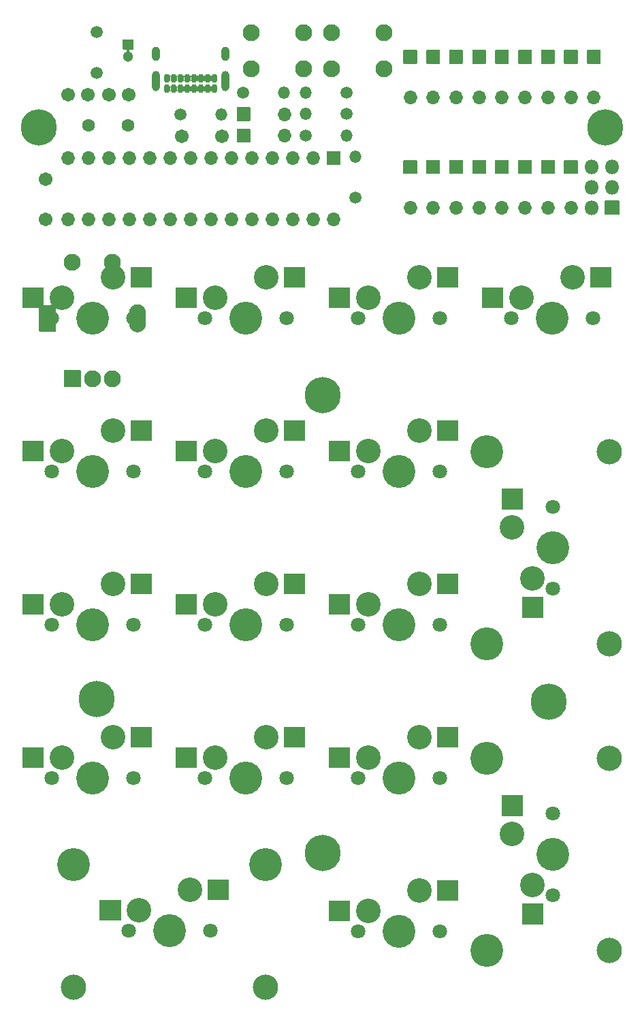
<source format=gbs>
G04 #@! TF.GenerationSoftware,KiCad,Pcbnew,5.1.10-88a1d61d58~90~ubuntu21.04.1*
G04 #@! TF.CreationDate,2021-08-17T10:31:51+02:00*
G04 #@! TF.ProjectId,discipad-pro,64697363-6970-4616-942d-70726f2e6b69,rev?*
G04 #@! TF.SameCoordinates,Original*
G04 #@! TF.FileFunction,Soldermask,Bot*
G04 #@! TF.FilePolarity,Negative*
%FSLAX46Y46*%
G04 Gerber Fmt 4.6, Leading zero omitted, Abs format (unit mm)*
G04 Created by KiCad (PCBNEW 5.1.10-88a1d61d58~90~ubuntu21.04.1) date 2021-08-17 10:31:51*
%MOMM*%
%LPD*%
G01*
G04 APERTURE LIST*
%ADD10C,2.102000*%
%ADD11O,1.802000X1.802000*%
%ADD12C,3.150000*%
%ADD13C,4.089800*%
%ADD14C,4.082180*%
%ADD15C,3.052000*%
%ADD16C,1.802000*%
%ADD17O,1.702000X1.702000*%
%ADD18C,1.502000*%
%ADD19C,4.502000*%
%ADD20C,1.702000*%
%ADD21C,1.302000*%
%ADD22O,1.502000X1.502000*%
%ADD23O,1.002000X1.802000*%
%ADD24O,1.002000X2.502000*%
%ADD25O,0.752000X1.102000*%
%ADD26C,1.602000*%
%ADD27C,0.150000*%
G04 APERTURE END LIST*
D10*
X117701493Y-45217093D03*
X112701493Y-45217093D03*
G36*
G01*
X120801493Y-53968093D02*
X120801493Y-53968093D01*
G75*
G02*
X119750493Y-52917093I0J1051000D01*
G01*
X119750493Y-51517093D01*
G75*
G02*
X120801493Y-50466093I1051000J0D01*
G01*
X120801493Y-50466093D01*
G75*
G02*
X121852493Y-51517093I0J-1051000D01*
G01*
X121852493Y-52917093D01*
G75*
G02*
X120801493Y-53968093I-1051000J0D01*
G01*
G37*
G36*
G01*
X110601493Y-53868093D02*
X108601493Y-53868093D01*
G75*
G02*
X108550493Y-53817093I0J51000D01*
G01*
X108550493Y-50617093D01*
G75*
G02*
X108601493Y-50566093I51000J0D01*
G01*
X110601493Y-50566093D01*
G75*
G02*
X110652493Y-50617093I0J-51000D01*
G01*
X110652493Y-53817093D01*
G75*
G02*
X110601493Y-53868093I-51000J0D01*
G01*
G37*
X117701493Y-59717093D03*
X115201493Y-59717093D03*
G36*
G01*
X113701493Y-60768093D02*
X111701493Y-60768093D01*
G75*
G02*
X111650493Y-60717093I0J51000D01*
G01*
X111650493Y-58717093D01*
G75*
G02*
X111701493Y-58666093I51000J0D01*
G01*
X113701493Y-58666093D01*
G75*
G02*
X113752493Y-58717093I0J-51000D01*
G01*
X113752493Y-60717093D01*
G75*
G02*
X113701493Y-60768093I-51000J0D01*
G01*
G37*
D11*
X177279591Y-33383393D03*
X179819591Y-33383393D03*
X177279591Y-35923393D03*
X179819591Y-35923393D03*
X177279591Y-38463393D03*
G36*
G01*
X180720591Y-37613393D02*
X180720591Y-39313393D01*
G75*
G02*
X180669591Y-39364393I-51000J0D01*
G01*
X178969591Y-39364393D01*
G75*
G02*
X178918591Y-39313393I0J51000D01*
G01*
X178918591Y-37613393D01*
G75*
G02*
X178969591Y-37562393I51000J0D01*
G01*
X180669591Y-37562393D01*
G75*
G02*
X180720591Y-37613393I0J-51000D01*
G01*
G37*
D12*
X179451000Y-106934000D03*
D13*
X164211000Y-106934000D03*
X164211000Y-130810000D03*
D12*
X179451000Y-130810000D03*
G36*
G01*
X168676000Y-124906000D02*
X171176000Y-124906000D01*
G75*
G02*
X171227000Y-124957000I0J-51000D01*
G01*
X171227000Y-127507000D01*
G75*
G02*
X171176000Y-127558000I-51000J0D01*
G01*
X168676000Y-127558000D01*
G75*
G02*
X168625000Y-127507000I0J51000D01*
G01*
X168625000Y-124957000D01*
G75*
G02*
X168676000Y-124906000I51000J0D01*
G01*
G37*
D14*
X172466000Y-118872000D03*
D15*
X167386000Y-116332000D03*
X169926000Y-122682000D03*
G36*
G01*
X166136000Y-111456000D02*
X168636000Y-111456000D01*
G75*
G02*
X168687000Y-111507000I0J-51000D01*
G01*
X168687000Y-114057000D01*
G75*
G02*
X168636000Y-114108000I-51000J0D01*
G01*
X166136000Y-114108000D01*
G75*
G02*
X166085000Y-114057000I0J51000D01*
G01*
X166085000Y-111507000D01*
G75*
G02*
X166136000Y-111456000I51000J0D01*
G01*
G37*
D16*
X172466000Y-113792000D03*
X172466000Y-123952000D03*
D12*
X136704000Y-135307000D03*
D13*
X136704000Y-120067000D03*
X112828000Y-120067000D03*
D12*
X112828000Y-135307000D03*
G36*
G01*
X118732000Y-124532000D02*
X118732000Y-127032000D01*
G75*
G02*
X118681000Y-127083000I-51000J0D01*
G01*
X116131000Y-127083000D01*
G75*
G02*
X116080000Y-127032000I0J51000D01*
G01*
X116080000Y-124532000D01*
G75*
G02*
X116131000Y-124481000I51000J0D01*
G01*
X118681000Y-124481000D01*
G75*
G02*
X118732000Y-124532000I0J-51000D01*
G01*
G37*
D14*
X124766000Y-128322000D03*
D15*
X127306000Y-123242000D03*
X120956000Y-125782000D03*
G36*
G01*
X132182000Y-121992000D02*
X132182000Y-124492000D01*
G75*
G02*
X132131000Y-124543000I-51000J0D01*
G01*
X129581000Y-124543000D01*
G75*
G02*
X129530000Y-124492000I0J51000D01*
G01*
X129530000Y-121992000D01*
G75*
G02*
X129581000Y-121941000I51000J0D01*
G01*
X132131000Y-121941000D01*
G75*
G02*
X132182000Y-121992000I0J-51000D01*
G01*
G37*
D16*
X129846000Y-128322000D03*
X119686000Y-128322000D03*
D12*
X179451000Y-68834000D03*
D13*
X164211000Y-68834000D03*
X164211000Y-92710000D03*
D12*
X179451000Y-92710000D03*
G36*
G01*
X168676000Y-86806000D02*
X171176000Y-86806000D01*
G75*
G02*
X171227000Y-86857000I0J-51000D01*
G01*
X171227000Y-89407000D01*
G75*
G02*
X171176000Y-89458000I-51000J0D01*
G01*
X168676000Y-89458000D01*
G75*
G02*
X168625000Y-89407000I0J51000D01*
G01*
X168625000Y-86857000D01*
G75*
G02*
X168676000Y-86806000I51000J0D01*
G01*
G37*
D14*
X172466000Y-80772000D03*
D15*
X167386000Y-78232000D03*
X169926000Y-84582000D03*
G36*
G01*
X166136000Y-73356000D02*
X168636000Y-73356000D01*
G75*
G02*
X168687000Y-73407000I0J-51000D01*
G01*
X168687000Y-75957000D01*
G75*
G02*
X168636000Y-76008000I-51000J0D01*
G01*
X166136000Y-76008000D01*
G75*
G02*
X166085000Y-75957000I0J51000D01*
G01*
X166085000Y-73407000D01*
G75*
G02*
X166136000Y-73356000I51000J0D01*
G01*
G37*
D16*
X172466000Y-75692000D03*
X172466000Y-85852000D03*
G36*
G01*
X147255000Y-124607000D02*
X147255000Y-127107000D01*
G75*
G02*
X147204000Y-127158000I-51000J0D01*
G01*
X144654000Y-127158000D01*
G75*
G02*
X144603000Y-127107000I0J51000D01*
G01*
X144603000Y-124607000D01*
G75*
G02*
X144654000Y-124556000I51000J0D01*
G01*
X147204000Y-124556000D01*
G75*
G02*
X147255000Y-124607000I0J-51000D01*
G01*
G37*
D14*
X153289000Y-128397000D03*
D15*
X155829000Y-123317000D03*
X149479000Y-125857000D03*
G36*
G01*
X160705000Y-122067000D02*
X160705000Y-124567000D01*
G75*
G02*
X160654000Y-124618000I-51000J0D01*
G01*
X158104000Y-124618000D01*
G75*
G02*
X158053000Y-124567000I0J51000D01*
G01*
X158053000Y-122067000D01*
G75*
G02*
X158104000Y-122016000I51000J0D01*
G01*
X160654000Y-122016000D01*
G75*
G02*
X160705000Y-122067000I0J-51000D01*
G01*
G37*
D16*
X158369000Y-128397000D03*
X148209000Y-128397000D03*
G36*
G01*
X147255000Y-105557000D02*
X147255000Y-108057000D01*
G75*
G02*
X147204000Y-108108000I-51000J0D01*
G01*
X144654000Y-108108000D01*
G75*
G02*
X144603000Y-108057000I0J51000D01*
G01*
X144603000Y-105557000D01*
G75*
G02*
X144654000Y-105506000I51000J0D01*
G01*
X147204000Y-105506000D01*
G75*
G02*
X147255000Y-105557000I0J-51000D01*
G01*
G37*
D14*
X153289000Y-109347000D03*
D15*
X155829000Y-104267000D03*
X149479000Y-106807000D03*
G36*
G01*
X160705000Y-103017000D02*
X160705000Y-105517000D01*
G75*
G02*
X160654000Y-105568000I-51000J0D01*
G01*
X158104000Y-105568000D01*
G75*
G02*
X158053000Y-105517000I0J51000D01*
G01*
X158053000Y-103017000D01*
G75*
G02*
X158104000Y-102966000I51000J0D01*
G01*
X160654000Y-102966000D01*
G75*
G02*
X160705000Y-103017000I0J-51000D01*
G01*
G37*
D16*
X158369000Y-109347000D03*
X148209000Y-109347000D03*
G36*
G01*
X128205000Y-105557000D02*
X128205000Y-108057000D01*
G75*
G02*
X128154000Y-108108000I-51000J0D01*
G01*
X125604000Y-108108000D01*
G75*
G02*
X125553000Y-108057000I0J51000D01*
G01*
X125553000Y-105557000D01*
G75*
G02*
X125604000Y-105506000I51000J0D01*
G01*
X128154000Y-105506000D01*
G75*
G02*
X128205000Y-105557000I0J-51000D01*
G01*
G37*
D14*
X134239000Y-109347000D03*
D15*
X136779000Y-104267000D03*
X130429000Y-106807000D03*
G36*
G01*
X141655000Y-103017000D02*
X141655000Y-105517000D01*
G75*
G02*
X141604000Y-105568000I-51000J0D01*
G01*
X139054000Y-105568000D01*
G75*
G02*
X139003000Y-105517000I0J51000D01*
G01*
X139003000Y-103017000D01*
G75*
G02*
X139054000Y-102966000I51000J0D01*
G01*
X141604000Y-102966000D01*
G75*
G02*
X141655000Y-103017000I0J-51000D01*
G01*
G37*
D16*
X139319000Y-109347000D03*
X129159000Y-109347000D03*
G36*
G01*
X109155000Y-105557000D02*
X109155000Y-108057000D01*
G75*
G02*
X109104000Y-108108000I-51000J0D01*
G01*
X106554000Y-108108000D01*
G75*
G02*
X106503000Y-108057000I0J51000D01*
G01*
X106503000Y-105557000D01*
G75*
G02*
X106554000Y-105506000I51000J0D01*
G01*
X109104000Y-105506000D01*
G75*
G02*
X109155000Y-105557000I0J-51000D01*
G01*
G37*
D14*
X115189000Y-109347000D03*
D15*
X117729000Y-104267000D03*
X111379000Y-106807000D03*
G36*
G01*
X122605000Y-103017000D02*
X122605000Y-105517000D01*
G75*
G02*
X122554000Y-105568000I-51000J0D01*
G01*
X120004000Y-105568000D01*
G75*
G02*
X119953000Y-105517000I0J51000D01*
G01*
X119953000Y-103017000D01*
G75*
G02*
X120004000Y-102966000I51000J0D01*
G01*
X122554000Y-102966000D01*
G75*
G02*
X122605000Y-103017000I0J-51000D01*
G01*
G37*
D16*
X120269000Y-109347000D03*
X110109000Y-109347000D03*
G36*
G01*
X147255000Y-86507000D02*
X147255000Y-89007000D01*
G75*
G02*
X147204000Y-89058000I-51000J0D01*
G01*
X144654000Y-89058000D01*
G75*
G02*
X144603000Y-89007000I0J51000D01*
G01*
X144603000Y-86507000D01*
G75*
G02*
X144654000Y-86456000I51000J0D01*
G01*
X147204000Y-86456000D01*
G75*
G02*
X147255000Y-86507000I0J-51000D01*
G01*
G37*
D14*
X153289000Y-90297000D03*
D15*
X155829000Y-85217000D03*
X149479000Y-87757000D03*
G36*
G01*
X160705000Y-83967000D02*
X160705000Y-86467000D01*
G75*
G02*
X160654000Y-86518000I-51000J0D01*
G01*
X158104000Y-86518000D01*
G75*
G02*
X158053000Y-86467000I0J51000D01*
G01*
X158053000Y-83967000D01*
G75*
G02*
X158104000Y-83916000I51000J0D01*
G01*
X160654000Y-83916000D01*
G75*
G02*
X160705000Y-83967000I0J-51000D01*
G01*
G37*
D16*
X158369000Y-90297000D03*
X148209000Y-90297000D03*
G36*
G01*
X128205000Y-86507000D02*
X128205000Y-89007000D01*
G75*
G02*
X128154000Y-89058000I-51000J0D01*
G01*
X125604000Y-89058000D01*
G75*
G02*
X125553000Y-89007000I0J51000D01*
G01*
X125553000Y-86507000D01*
G75*
G02*
X125604000Y-86456000I51000J0D01*
G01*
X128154000Y-86456000D01*
G75*
G02*
X128205000Y-86507000I0J-51000D01*
G01*
G37*
D14*
X134239000Y-90297000D03*
D15*
X136779000Y-85217000D03*
X130429000Y-87757000D03*
G36*
G01*
X141655000Y-83967000D02*
X141655000Y-86467000D01*
G75*
G02*
X141604000Y-86518000I-51000J0D01*
G01*
X139054000Y-86518000D01*
G75*
G02*
X139003000Y-86467000I0J51000D01*
G01*
X139003000Y-83967000D01*
G75*
G02*
X139054000Y-83916000I51000J0D01*
G01*
X141604000Y-83916000D01*
G75*
G02*
X141655000Y-83967000I0J-51000D01*
G01*
G37*
D16*
X139319000Y-90297000D03*
X129159000Y-90297000D03*
G36*
G01*
X109155000Y-86507000D02*
X109155000Y-89007000D01*
G75*
G02*
X109104000Y-89058000I-51000J0D01*
G01*
X106554000Y-89058000D01*
G75*
G02*
X106503000Y-89007000I0J51000D01*
G01*
X106503000Y-86507000D01*
G75*
G02*
X106554000Y-86456000I51000J0D01*
G01*
X109104000Y-86456000D01*
G75*
G02*
X109155000Y-86507000I0J-51000D01*
G01*
G37*
D14*
X115189000Y-90297000D03*
D15*
X117729000Y-85217000D03*
X111379000Y-87757000D03*
G36*
G01*
X122605000Y-83967000D02*
X122605000Y-86467000D01*
G75*
G02*
X122554000Y-86518000I-51000J0D01*
G01*
X120004000Y-86518000D01*
G75*
G02*
X119953000Y-86467000I0J51000D01*
G01*
X119953000Y-83967000D01*
G75*
G02*
X120004000Y-83916000I51000J0D01*
G01*
X122554000Y-83916000D01*
G75*
G02*
X122605000Y-83967000I0J-51000D01*
G01*
G37*
D16*
X120269000Y-90297000D03*
X110109000Y-90297000D03*
G36*
G01*
X147255000Y-67457000D02*
X147255000Y-69957000D01*
G75*
G02*
X147204000Y-70008000I-51000J0D01*
G01*
X144654000Y-70008000D01*
G75*
G02*
X144603000Y-69957000I0J51000D01*
G01*
X144603000Y-67457000D01*
G75*
G02*
X144654000Y-67406000I51000J0D01*
G01*
X147204000Y-67406000D01*
G75*
G02*
X147255000Y-67457000I0J-51000D01*
G01*
G37*
D14*
X153289000Y-71247000D03*
D15*
X155829000Y-66167000D03*
X149479000Y-68707000D03*
G36*
G01*
X160705000Y-64917000D02*
X160705000Y-67417000D01*
G75*
G02*
X160654000Y-67468000I-51000J0D01*
G01*
X158104000Y-67468000D01*
G75*
G02*
X158053000Y-67417000I0J51000D01*
G01*
X158053000Y-64917000D01*
G75*
G02*
X158104000Y-64866000I51000J0D01*
G01*
X160654000Y-64866000D01*
G75*
G02*
X160705000Y-64917000I0J-51000D01*
G01*
G37*
D16*
X158369000Y-71247000D03*
X148209000Y-71247000D03*
G36*
G01*
X128205000Y-67457000D02*
X128205000Y-69957000D01*
G75*
G02*
X128154000Y-70008000I-51000J0D01*
G01*
X125604000Y-70008000D01*
G75*
G02*
X125553000Y-69957000I0J51000D01*
G01*
X125553000Y-67457000D01*
G75*
G02*
X125604000Y-67406000I51000J0D01*
G01*
X128154000Y-67406000D01*
G75*
G02*
X128205000Y-67457000I0J-51000D01*
G01*
G37*
D14*
X134239000Y-71247000D03*
D15*
X136779000Y-66167000D03*
X130429000Y-68707000D03*
G36*
G01*
X141655000Y-64917000D02*
X141655000Y-67417000D01*
G75*
G02*
X141604000Y-67468000I-51000J0D01*
G01*
X139054000Y-67468000D01*
G75*
G02*
X139003000Y-67417000I0J51000D01*
G01*
X139003000Y-64917000D01*
G75*
G02*
X139054000Y-64866000I51000J0D01*
G01*
X141604000Y-64866000D01*
G75*
G02*
X141655000Y-64917000I0J-51000D01*
G01*
G37*
D16*
X139319000Y-71247000D03*
X129159000Y-71247000D03*
G36*
G01*
X109155000Y-67457000D02*
X109155000Y-69957000D01*
G75*
G02*
X109104000Y-70008000I-51000J0D01*
G01*
X106554000Y-70008000D01*
G75*
G02*
X106503000Y-69957000I0J51000D01*
G01*
X106503000Y-67457000D01*
G75*
G02*
X106554000Y-67406000I51000J0D01*
G01*
X109104000Y-67406000D01*
G75*
G02*
X109155000Y-67457000I0J-51000D01*
G01*
G37*
D14*
X115189000Y-71247000D03*
D15*
X117729000Y-66167000D03*
X111379000Y-68707000D03*
G36*
G01*
X122605000Y-64917000D02*
X122605000Y-67417000D01*
G75*
G02*
X122554000Y-67468000I-51000J0D01*
G01*
X120004000Y-67468000D01*
G75*
G02*
X119953000Y-67417000I0J51000D01*
G01*
X119953000Y-64917000D01*
G75*
G02*
X120004000Y-64866000I51000J0D01*
G01*
X122554000Y-64866000D01*
G75*
G02*
X122605000Y-64917000I0J-51000D01*
G01*
G37*
D16*
X120269000Y-71247000D03*
X110109000Y-71247000D03*
G36*
G01*
X166305000Y-48407000D02*
X166305000Y-50907000D01*
G75*
G02*
X166254000Y-50958000I-51000J0D01*
G01*
X163704000Y-50958000D01*
G75*
G02*
X163653000Y-50907000I0J51000D01*
G01*
X163653000Y-48407000D01*
G75*
G02*
X163704000Y-48356000I51000J0D01*
G01*
X166254000Y-48356000D01*
G75*
G02*
X166305000Y-48407000I0J-51000D01*
G01*
G37*
D14*
X172339000Y-52197000D03*
D15*
X174879000Y-47117000D03*
X168529000Y-49657000D03*
G36*
G01*
X179755000Y-45867000D02*
X179755000Y-48367000D01*
G75*
G02*
X179704000Y-48418000I-51000J0D01*
G01*
X177154000Y-48418000D01*
G75*
G02*
X177103000Y-48367000I0J51000D01*
G01*
X177103000Y-45867000D01*
G75*
G02*
X177154000Y-45816000I51000J0D01*
G01*
X179704000Y-45816000D01*
G75*
G02*
X179755000Y-45867000I0J-51000D01*
G01*
G37*
D16*
X177419000Y-52197000D03*
X167259000Y-52197000D03*
G36*
G01*
X147255000Y-48407000D02*
X147255000Y-50907000D01*
G75*
G02*
X147204000Y-50958000I-51000J0D01*
G01*
X144654000Y-50958000D01*
G75*
G02*
X144603000Y-50907000I0J51000D01*
G01*
X144603000Y-48407000D01*
G75*
G02*
X144654000Y-48356000I51000J0D01*
G01*
X147204000Y-48356000D01*
G75*
G02*
X147255000Y-48407000I0J-51000D01*
G01*
G37*
D14*
X153289000Y-52197000D03*
D15*
X155829000Y-47117000D03*
X149479000Y-49657000D03*
G36*
G01*
X160705000Y-45867000D02*
X160705000Y-48367000D01*
G75*
G02*
X160654000Y-48418000I-51000J0D01*
G01*
X158104000Y-48418000D01*
G75*
G02*
X158053000Y-48367000I0J51000D01*
G01*
X158053000Y-45867000D01*
G75*
G02*
X158104000Y-45816000I51000J0D01*
G01*
X160654000Y-45816000D01*
G75*
G02*
X160705000Y-45867000I0J-51000D01*
G01*
G37*
D16*
X158369000Y-52197000D03*
X148209000Y-52197000D03*
G36*
G01*
X128205000Y-48407000D02*
X128205000Y-50907000D01*
G75*
G02*
X128154000Y-50958000I-51000J0D01*
G01*
X125604000Y-50958000D01*
G75*
G02*
X125553000Y-50907000I0J51000D01*
G01*
X125553000Y-48407000D01*
G75*
G02*
X125604000Y-48356000I51000J0D01*
G01*
X128154000Y-48356000D01*
G75*
G02*
X128205000Y-48407000I0J-51000D01*
G01*
G37*
D14*
X134239000Y-52197000D03*
D15*
X136779000Y-47117000D03*
X130429000Y-49657000D03*
G36*
G01*
X141655000Y-45867000D02*
X141655000Y-48367000D01*
G75*
G02*
X141604000Y-48418000I-51000J0D01*
G01*
X139054000Y-48418000D01*
G75*
G02*
X139003000Y-48367000I0J51000D01*
G01*
X139003000Y-45867000D01*
G75*
G02*
X139054000Y-45816000I51000J0D01*
G01*
X141604000Y-45816000D01*
G75*
G02*
X141655000Y-45867000I0J-51000D01*
G01*
G37*
D16*
X139319000Y-52197000D03*
X129159000Y-52197000D03*
G36*
G01*
X109155000Y-48407000D02*
X109155000Y-50907000D01*
G75*
G02*
X109104000Y-50958000I-51000J0D01*
G01*
X106554000Y-50958000D01*
G75*
G02*
X106503000Y-50907000I0J51000D01*
G01*
X106503000Y-48407000D01*
G75*
G02*
X106554000Y-48356000I51000J0D01*
G01*
X109104000Y-48356000D01*
G75*
G02*
X109155000Y-48407000I0J-51000D01*
G01*
G37*
D14*
X115189000Y-52197000D03*
D15*
X117729000Y-47117000D03*
X111379000Y-49657000D03*
G36*
G01*
X122605000Y-45867000D02*
X122605000Y-48367000D01*
G75*
G02*
X122554000Y-48418000I-51000J0D01*
G01*
X120004000Y-48418000D01*
G75*
G02*
X119953000Y-48367000I0J51000D01*
G01*
X119953000Y-45867000D01*
G75*
G02*
X120004000Y-45816000I51000J0D01*
G01*
X122554000Y-45816000D01*
G75*
G02*
X122605000Y-45867000I0J-51000D01*
G01*
G37*
D16*
X120269000Y-52197000D03*
X110109000Y-52197000D03*
D10*
X151470929Y-16693091D03*
X151470929Y-21193091D03*
X144970929Y-16693091D03*
X144970929Y-21193091D03*
D17*
X177550923Y-24807330D03*
G36*
G01*
X176750923Y-18876330D02*
X178350923Y-18876330D01*
G75*
G02*
X178401923Y-18927330I0J-51000D01*
G01*
X178401923Y-20527330D01*
G75*
G02*
X178350923Y-20578330I-51000J0D01*
G01*
X176750923Y-20578330D01*
G75*
G02*
X176699923Y-20527330I0J51000D01*
G01*
X176699923Y-18927330D01*
G75*
G02*
X176750923Y-18876330I51000J0D01*
G01*
G37*
X174696610Y-38488743D03*
G36*
G01*
X173896610Y-32557743D02*
X175496610Y-32557743D01*
G75*
G02*
X175547610Y-32608743I0J-51000D01*
G01*
X175547610Y-34208743D01*
G75*
G02*
X175496610Y-34259743I-51000J0D01*
G01*
X173896610Y-34259743D01*
G75*
G02*
X173845610Y-34208743I0J51000D01*
G01*
X173845610Y-32608743D01*
G75*
G02*
X173896610Y-32557743I51000J0D01*
G01*
G37*
X171842297Y-38488743D03*
G36*
G01*
X171042297Y-32557743D02*
X172642297Y-32557743D01*
G75*
G02*
X172693297Y-32608743I0J-51000D01*
G01*
X172693297Y-34208743D01*
G75*
G02*
X172642297Y-34259743I-51000J0D01*
G01*
X171042297Y-34259743D01*
G75*
G02*
X170991297Y-34208743I0J51000D01*
G01*
X170991297Y-32608743D01*
G75*
G02*
X171042297Y-32557743I51000J0D01*
G01*
G37*
X168987991Y-38488743D03*
G36*
G01*
X168187991Y-32557743D02*
X169787991Y-32557743D01*
G75*
G02*
X169838991Y-32608743I0J-51000D01*
G01*
X169838991Y-34208743D01*
G75*
G02*
X169787991Y-34259743I-51000J0D01*
G01*
X168187991Y-34259743D01*
G75*
G02*
X168136991Y-34208743I0J51000D01*
G01*
X168136991Y-32608743D01*
G75*
G02*
X168187991Y-32557743I51000J0D01*
G01*
G37*
X166133685Y-38488743D03*
G36*
G01*
X165333685Y-32557743D02*
X166933685Y-32557743D01*
G75*
G02*
X166984685Y-32608743I0J-51000D01*
G01*
X166984685Y-34208743D01*
G75*
G02*
X166933685Y-34259743I-51000J0D01*
G01*
X165333685Y-34259743D01*
G75*
G02*
X165282685Y-34208743I0J51000D01*
G01*
X165282685Y-32608743D01*
G75*
G02*
X165333685Y-32557743I51000J0D01*
G01*
G37*
X163279379Y-38488743D03*
G36*
G01*
X162479379Y-32557743D02*
X164079379Y-32557743D01*
G75*
G02*
X164130379Y-32608743I0J-51000D01*
G01*
X164130379Y-34208743D01*
G75*
G02*
X164079379Y-34259743I-51000J0D01*
G01*
X162479379Y-34259743D01*
G75*
G02*
X162428379Y-34208743I0J51000D01*
G01*
X162428379Y-32608743D01*
G75*
G02*
X162479379Y-32557743I51000J0D01*
G01*
G37*
X160425073Y-38488743D03*
G36*
G01*
X159625073Y-32557743D02*
X161225073Y-32557743D01*
G75*
G02*
X161276073Y-32608743I0J-51000D01*
G01*
X161276073Y-34208743D01*
G75*
G02*
X161225073Y-34259743I-51000J0D01*
G01*
X159625073Y-34259743D01*
G75*
G02*
X159574073Y-34208743I0J51000D01*
G01*
X159574073Y-32608743D01*
G75*
G02*
X159625073Y-32557743I51000J0D01*
G01*
G37*
X157570767Y-38488743D03*
G36*
G01*
X156770767Y-32557743D02*
X158370767Y-32557743D01*
G75*
G02*
X158421767Y-32608743I0J-51000D01*
G01*
X158421767Y-34208743D01*
G75*
G02*
X158370767Y-34259743I-51000J0D01*
G01*
X156770767Y-34259743D01*
G75*
G02*
X156719767Y-34208743I0J51000D01*
G01*
X156719767Y-32608743D01*
G75*
G02*
X156770767Y-32557743I51000J0D01*
G01*
G37*
X154716461Y-38488743D03*
G36*
G01*
X153916461Y-32557743D02*
X155516461Y-32557743D01*
G75*
G02*
X155567461Y-32608743I0J-51000D01*
G01*
X155567461Y-34208743D01*
G75*
G02*
X155516461Y-34259743I-51000J0D01*
G01*
X153916461Y-34259743D01*
G75*
G02*
X153865461Y-34208743I0J51000D01*
G01*
X153865461Y-32608743D01*
G75*
G02*
X153916461Y-32557743I51000J0D01*
G01*
G37*
X174696610Y-24807330D03*
G36*
G01*
X173896610Y-18876330D02*
X175496610Y-18876330D01*
G75*
G02*
X175547610Y-18927330I0J-51000D01*
G01*
X175547610Y-20527330D01*
G75*
G02*
X175496610Y-20578330I-51000J0D01*
G01*
X173896610Y-20578330D01*
G75*
G02*
X173845610Y-20527330I0J51000D01*
G01*
X173845610Y-18927330D01*
G75*
G02*
X173896610Y-18876330I51000J0D01*
G01*
G37*
X171842297Y-24807330D03*
G36*
G01*
X171042297Y-18876330D02*
X172642297Y-18876330D01*
G75*
G02*
X172693297Y-18927330I0J-51000D01*
G01*
X172693297Y-20527330D01*
G75*
G02*
X172642297Y-20578330I-51000J0D01*
G01*
X171042297Y-20578330D01*
G75*
G02*
X170991297Y-20527330I0J51000D01*
G01*
X170991297Y-18927330D01*
G75*
G02*
X171042297Y-18876330I51000J0D01*
G01*
G37*
X168987991Y-24807330D03*
G36*
G01*
X168187991Y-18876330D02*
X169787991Y-18876330D01*
G75*
G02*
X169838991Y-18927330I0J-51000D01*
G01*
X169838991Y-20527330D01*
G75*
G02*
X169787991Y-20578330I-51000J0D01*
G01*
X168187991Y-20578330D01*
G75*
G02*
X168136991Y-20527330I0J51000D01*
G01*
X168136991Y-18927330D01*
G75*
G02*
X168187991Y-18876330I51000J0D01*
G01*
G37*
X166133685Y-24807330D03*
G36*
G01*
X165333685Y-18876330D02*
X166933685Y-18876330D01*
G75*
G02*
X166984685Y-18927330I0J-51000D01*
G01*
X166984685Y-20527330D01*
G75*
G02*
X166933685Y-20578330I-51000J0D01*
G01*
X165333685Y-20578330D01*
G75*
G02*
X165282685Y-20527330I0J51000D01*
G01*
X165282685Y-18927330D01*
G75*
G02*
X165333685Y-18876330I51000J0D01*
G01*
G37*
X163279379Y-24807330D03*
G36*
G01*
X162479379Y-18876330D02*
X164079379Y-18876330D01*
G75*
G02*
X164130379Y-18927330I0J-51000D01*
G01*
X164130379Y-20527330D01*
G75*
G02*
X164079379Y-20578330I-51000J0D01*
G01*
X162479379Y-20578330D01*
G75*
G02*
X162428379Y-20527330I0J51000D01*
G01*
X162428379Y-18927330D01*
G75*
G02*
X162479379Y-18876330I51000J0D01*
G01*
G37*
X160425073Y-24807330D03*
G36*
G01*
X159625073Y-18876330D02*
X161225073Y-18876330D01*
G75*
G02*
X161276073Y-18927330I0J-51000D01*
G01*
X161276073Y-20527330D01*
G75*
G02*
X161225073Y-20578330I-51000J0D01*
G01*
X159625073Y-20578330D01*
G75*
G02*
X159574073Y-20527330I0J51000D01*
G01*
X159574073Y-18927330D01*
G75*
G02*
X159625073Y-18876330I51000J0D01*
G01*
G37*
X157570767Y-24807330D03*
G36*
G01*
X156770767Y-18876330D02*
X158370767Y-18876330D01*
G75*
G02*
X158421767Y-18927330I0J-51000D01*
G01*
X158421767Y-20527330D01*
G75*
G02*
X158370767Y-20578330I-51000J0D01*
G01*
X156770767Y-20578330D01*
G75*
G02*
X156719767Y-20527330I0J51000D01*
G01*
X156719767Y-18927330D01*
G75*
G02*
X156770767Y-18876330I51000J0D01*
G01*
G37*
X154716461Y-24807330D03*
G36*
G01*
X153916461Y-18876330D02*
X155516461Y-18876330D01*
G75*
G02*
X155567461Y-18927330I0J-51000D01*
G01*
X155567461Y-20527330D01*
G75*
G02*
X155516461Y-20578330I-51000J0D01*
G01*
X153916461Y-20578330D01*
G75*
G02*
X153865461Y-20527330I0J51000D01*
G01*
X153865461Y-18927330D01*
G75*
G02*
X153916461Y-18876330I51000J0D01*
G01*
G37*
X139054831Y-29536623D03*
G36*
G01*
X133123831Y-30336623D02*
X133123831Y-28736623D01*
G75*
G02*
X133174831Y-28685623I51000J0D01*
G01*
X134774831Y-28685623D01*
G75*
G02*
X134825831Y-28736623I0J-51000D01*
G01*
X134825831Y-30336623D01*
G75*
G02*
X134774831Y-30387623I-51000J0D01*
G01*
X133174831Y-30387623D01*
G75*
G02*
X133123831Y-30336623I0J51000D01*
G01*
G37*
X139054831Y-26841931D03*
G36*
G01*
X133123831Y-27641931D02*
X133123831Y-26041931D01*
G75*
G02*
X133174831Y-25990931I51000J0D01*
G01*
X134774831Y-25990931D01*
G75*
G02*
X134825831Y-26041931I0J-51000D01*
G01*
X134825831Y-27641931D01*
G75*
G02*
X134774831Y-27692931I-51000J0D01*
G01*
X133174831Y-27692931D01*
G75*
G02*
X133123831Y-27641931I0J51000D01*
G01*
G37*
D18*
X115714273Y-16610309D03*
X115714273Y-21710309D03*
D19*
X143833559Y-118686673D03*
X115752543Y-99566685D03*
X171914575Y-99841686D03*
X143833559Y-61784261D03*
X179001130Y-28475773D03*
X108503031Y-28475773D03*
D20*
X117219101Y-24409709D03*
X119719101Y-24409709D03*
X112164393Y-24392211D03*
X114664393Y-24392211D03*
G36*
G01*
X119033824Y-17529421D02*
X120233826Y-17529421D01*
G75*
G02*
X120284825Y-17580420I0J-50999D01*
G01*
X120284825Y-18780422D01*
G75*
G02*
X120233826Y-18831421I-50999J0D01*
G01*
X119033824Y-18831421D01*
G75*
G02*
X118982825Y-18780422I0J50999D01*
G01*
X118982825Y-17580420D01*
G75*
G02*
X119033824Y-17529421I50999J0D01*
G01*
G37*
D21*
X119633825Y-19680421D03*
D20*
X126287493Y-29571619D03*
X131287493Y-29571619D03*
X109414993Y-34908509D03*
X109414993Y-39908509D03*
D22*
X141703959Y-24147239D03*
D18*
X146783959Y-24147239D03*
X126178077Y-26841931D03*
D22*
X131258077Y-26841931D03*
D18*
X133929691Y-24199733D03*
D22*
X139009691Y-24199733D03*
X146783959Y-29484129D03*
D18*
X141703959Y-29484129D03*
D22*
X141703959Y-26771939D03*
D18*
X146783959Y-26771939D03*
X147875597Y-37235743D03*
D22*
X147875597Y-32155743D03*
D10*
X134962073Y-21193091D03*
X134962073Y-16693091D03*
X141462073Y-21193091D03*
X141462073Y-16693091D03*
G36*
G01*
X144363407Y-31450307D02*
X145963407Y-31450307D01*
G75*
G02*
X146014407Y-31501307I0J-51000D01*
G01*
X146014407Y-33101307D01*
G75*
G02*
X145963407Y-33152307I-51000J0D01*
G01*
X144363407Y-33152307D01*
G75*
G02*
X144312407Y-33101307I0J51000D01*
G01*
X144312407Y-31501307D01*
G75*
G02*
X144363407Y-31450307I51000J0D01*
G01*
G37*
D17*
X112143407Y-39921307D03*
X142623407Y-32301307D03*
X114683407Y-39921307D03*
X140083407Y-32301307D03*
X117223407Y-39921307D03*
X137543407Y-32301307D03*
X119763407Y-39921307D03*
X135003407Y-32301307D03*
X122303407Y-39921307D03*
X132463407Y-32301307D03*
X124843407Y-39921307D03*
X129923407Y-32301307D03*
X127383407Y-39921307D03*
X127383407Y-32301307D03*
X129923407Y-39921307D03*
X124843407Y-32301307D03*
X132463407Y-39921307D03*
X122303407Y-32301307D03*
X135003407Y-39921307D03*
X119763407Y-32301307D03*
X137543407Y-39921307D03*
X117223407Y-32301307D03*
X140083407Y-39921307D03*
X114683407Y-32301307D03*
X142623407Y-39921307D03*
X112143407Y-32301307D03*
X145163407Y-39921307D03*
D23*
X123077937Y-19342987D03*
X131727937Y-19342987D03*
D24*
X123077937Y-22722987D03*
X131727937Y-22722987D03*
D25*
X124422937Y-22377987D03*
X125272937Y-22377987D03*
X126122937Y-22377987D03*
X126972937Y-22377987D03*
X127822937Y-22377987D03*
X128672937Y-22377987D03*
X129522937Y-22377987D03*
X130377937Y-22377987D03*
X124427937Y-23702987D03*
X125277937Y-23702987D03*
X126127937Y-23702987D03*
X126977937Y-23702987D03*
X127827937Y-23702987D03*
X129527937Y-23702987D03*
X130377937Y-23702987D03*
X128677937Y-23702987D03*
D26*
X119616327Y-28276767D03*
X114736327Y-28276767D03*
D27*
G36*
X110036566Y-50377806D02*
G01*
X110161632Y-50564982D01*
X110161763Y-50566978D01*
X110159969Y-50568093D01*
X109926836Y-50568093D01*
X109925104Y-50567093D01*
X109925104Y-50565093D01*
X109926640Y-50564103D01*
X109950827Y-50561721D01*
X109973902Y-50554721D01*
X109995166Y-50543356D01*
X110013803Y-50528061D01*
X110029098Y-50509424D01*
X110040463Y-50488160D01*
X110047463Y-50465085D01*
X110049826Y-50441094D01*
X110047463Y-50417103D01*
X110040463Y-50394028D01*
X110033991Y-50381918D01*
X110033907Y-50381740D01*
X110033055Y-50379682D01*
X110033317Y-50377699D01*
X110035164Y-50376934D01*
X110036566Y-50377806D01*
G37*
G36*
X126447775Y-23328350D02*
G01*
X126457870Y-23343457D01*
X126474918Y-23360503D01*
X126494966Y-23373897D01*
X126517240Y-23383122D01*
X126540890Y-23387826D01*
X126564996Y-23387825D01*
X126588646Y-23383119D01*
X126610920Y-23373892D01*
X126630967Y-23360496D01*
X126648013Y-23343448D01*
X126658098Y-23328354D01*
X126659892Y-23327469D01*
X126661555Y-23328580D01*
X126661525Y-23330408D01*
X126632416Y-23384867D01*
X126611132Y-23455028D01*
X126603937Y-23528081D01*
X126603937Y-23877893D01*
X126611132Y-23950945D01*
X126632415Y-24021106D01*
X126661525Y-24075567D01*
X126661459Y-24077566D01*
X126659696Y-24078509D01*
X126658098Y-24077621D01*
X126648009Y-24062522D01*
X126630962Y-24045475D01*
X126610915Y-24032080D01*
X126588641Y-24022854D01*
X126564991Y-24018149D01*
X126540885Y-24018149D01*
X126517234Y-24022853D01*
X126494961Y-24032079D01*
X126474913Y-24045474D01*
X126457866Y-24062521D01*
X126447776Y-24077621D01*
X126445982Y-24078506D01*
X126444319Y-24077395D01*
X126444349Y-24075567D01*
X126473459Y-24021107D01*
X126494742Y-23950946D01*
X126501937Y-23877893D01*
X126501937Y-23528081D01*
X126494742Y-23455028D01*
X126473459Y-23384867D01*
X126444348Y-23330404D01*
X126444414Y-23328405D01*
X126446177Y-23327462D01*
X126447775Y-23328350D01*
G37*
G36*
X129847775Y-23328350D02*
G01*
X129857870Y-23343457D01*
X129874918Y-23360503D01*
X129894966Y-23373897D01*
X129917240Y-23383122D01*
X129940890Y-23387826D01*
X129964996Y-23387825D01*
X129988646Y-23383119D01*
X130010920Y-23373892D01*
X130030967Y-23360496D01*
X130048013Y-23343448D01*
X130058098Y-23328354D01*
X130059892Y-23327469D01*
X130061555Y-23328580D01*
X130061525Y-23330408D01*
X130032416Y-23384867D01*
X130011132Y-23455028D01*
X130003937Y-23528081D01*
X130003937Y-23877893D01*
X130011132Y-23950945D01*
X130032415Y-24021106D01*
X130061525Y-24075567D01*
X130061459Y-24077566D01*
X130059696Y-24078509D01*
X130058098Y-24077621D01*
X130048009Y-24062522D01*
X130030962Y-24045475D01*
X130010915Y-24032080D01*
X129988641Y-24022854D01*
X129964991Y-24018149D01*
X129940885Y-24018149D01*
X129917234Y-24022853D01*
X129894961Y-24032079D01*
X129874913Y-24045474D01*
X129857866Y-24062521D01*
X129847776Y-24077621D01*
X129845982Y-24078506D01*
X129844319Y-24077395D01*
X129844349Y-24075567D01*
X129873459Y-24021107D01*
X129894742Y-23950946D01*
X129901937Y-23877893D01*
X129901937Y-23528081D01*
X129894742Y-23455028D01*
X129873459Y-23384867D01*
X129844348Y-23330404D01*
X129844414Y-23328405D01*
X129846177Y-23327462D01*
X129847775Y-23328350D01*
G37*
G36*
X124747775Y-23328350D02*
G01*
X124757870Y-23343457D01*
X124774918Y-23360503D01*
X124794966Y-23373897D01*
X124817240Y-23383122D01*
X124840890Y-23387826D01*
X124864996Y-23387825D01*
X124888646Y-23383119D01*
X124910920Y-23373892D01*
X124930967Y-23360496D01*
X124948013Y-23343448D01*
X124958098Y-23328354D01*
X124959892Y-23327469D01*
X124961555Y-23328580D01*
X124961525Y-23330408D01*
X124932416Y-23384867D01*
X124911132Y-23455028D01*
X124903937Y-23528081D01*
X124903937Y-23877893D01*
X124911132Y-23950945D01*
X124932415Y-24021106D01*
X124961525Y-24075567D01*
X124961459Y-24077566D01*
X124959696Y-24078509D01*
X124958098Y-24077621D01*
X124948009Y-24062522D01*
X124930962Y-24045475D01*
X124910915Y-24032080D01*
X124888641Y-24022854D01*
X124864991Y-24018149D01*
X124840885Y-24018149D01*
X124817234Y-24022853D01*
X124794961Y-24032079D01*
X124774913Y-24045474D01*
X124757866Y-24062521D01*
X124747776Y-24077621D01*
X124745982Y-24078506D01*
X124744319Y-24077395D01*
X124744349Y-24075567D01*
X124773459Y-24021107D01*
X124794742Y-23950946D01*
X124801937Y-23877893D01*
X124801937Y-23528081D01*
X124794742Y-23455028D01*
X124773459Y-23384867D01*
X124744348Y-23330404D01*
X124744414Y-23328405D01*
X124746177Y-23327462D01*
X124747775Y-23328350D01*
G37*
G36*
X125597775Y-23328350D02*
G01*
X125607870Y-23343457D01*
X125624918Y-23360503D01*
X125644966Y-23373897D01*
X125667240Y-23383122D01*
X125690890Y-23387826D01*
X125714996Y-23387825D01*
X125738646Y-23383119D01*
X125760920Y-23373892D01*
X125780967Y-23360496D01*
X125798013Y-23343448D01*
X125808098Y-23328354D01*
X125809892Y-23327469D01*
X125811555Y-23328580D01*
X125811525Y-23330408D01*
X125782416Y-23384867D01*
X125761132Y-23455028D01*
X125753937Y-23528081D01*
X125753937Y-23877893D01*
X125761132Y-23950945D01*
X125782415Y-24021106D01*
X125811525Y-24075567D01*
X125811459Y-24077566D01*
X125809696Y-24078509D01*
X125808098Y-24077621D01*
X125798009Y-24062522D01*
X125780962Y-24045475D01*
X125760915Y-24032080D01*
X125738641Y-24022854D01*
X125714991Y-24018149D01*
X125690885Y-24018149D01*
X125667234Y-24022853D01*
X125644961Y-24032079D01*
X125624913Y-24045474D01*
X125607866Y-24062521D01*
X125597776Y-24077621D01*
X125595982Y-24078506D01*
X125594319Y-24077395D01*
X125594349Y-24075567D01*
X125623459Y-24021107D01*
X125644742Y-23950946D01*
X125651937Y-23877893D01*
X125651937Y-23528081D01*
X125644742Y-23455028D01*
X125623459Y-23384867D01*
X125594348Y-23330404D01*
X125594414Y-23328405D01*
X125596177Y-23327462D01*
X125597775Y-23328350D01*
G37*
G36*
X128997775Y-23328350D02*
G01*
X129007870Y-23343457D01*
X129024918Y-23360503D01*
X129044966Y-23373897D01*
X129067240Y-23383122D01*
X129090890Y-23387826D01*
X129114996Y-23387825D01*
X129138646Y-23383119D01*
X129160920Y-23373892D01*
X129180967Y-23360496D01*
X129198013Y-23343448D01*
X129208098Y-23328354D01*
X129209892Y-23327469D01*
X129211555Y-23328580D01*
X129211525Y-23330408D01*
X129182416Y-23384867D01*
X129161132Y-23455028D01*
X129153937Y-23528081D01*
X129153937Y-23877893D01*
X129161132Y-23950945D01*
X129182415Y-24021106D01*
X129211525Y-24075567D01*
X129211459Y-24077566D01*
X129209696Y-24078509D01*
X129208098Y-24077621D01*
X129198009Y-24062522D01*
X129180962Y-24045475D01*
X129160915Y-24032080D01*
X129138641Y-24022854D01*
X129114991Y-24018149D01*
X129090885Y-24018149D01*
X129067234Y-24022853D01*
X129044961Y-24032079D01*
X129024913Y-24045474D01*
X129007866Y-24062521D01*
X128997776Y-24077621D01*
X128995982Y-24078506D01*
X128994319Y-24077395D01*
X128994349Y-24075567D01*
X129023459Y-24021107D01*
X129044742Y-23950946D01*
X129051937Y-23877893D01*
X129051937Y-23528081D01*
X129044742Y-23455028D01*
X129023459Y-23384867D01*
X128994348Y-23330404D01*
X128994414Y-23328405D01*
X128996177Y-23327462D01*
X128997775Y-23328350D01*
G37*
G36*
X127297775Y-23328350D02*
G01*
X127307870Y-23343457D01*
X127324918Y-23360503D01*
X127344966Y-23373897D01*
X127367240Y-23383122D01*
X127390890Y-23387826D01*
X127414996Y-23387825D01*
X127438646Y-23383119D01*
X127460920Y-23373892D01*
X127480967Y-23360496D01*
X127498013Y-23343448D01*
X127508098Y-23328354D01*
X127509892Y-23327469D01*
X127511555Y-23328580D01*
X127511525Y-23330408D01*
X127482416Y-23384867D01*
X127461132Y-23455028D01*
X127453937Y-23528081D01*
X127453937Y-23877893D01*
X127461132Y-23950945D01*
X127482415Y-24021106D01*
X127511525Y-24075567D01*
X127511459Y-24077566D01*
X127509696Y-24078509D01*
X127508098Y-24077621D01*
X127498009Y-24062522D01*
X127480962Y-24045475D01*
X127460915Y-24032080D01*
X127438641Y-24022854D01*
X127414991Y-24018149D01*
X127390885Y-24018149D01*
X127367234Y-24022853D01*
X127344961Y-24032079D01*
X127324913Y-24045474D01*
X127307866Y-24062521D01*
X127297776Y-24077621D01*
X127295982Y-24078506D01*
X127294319Y-24077395D01*
X127294349Y-24075567D01*
X127323459Y-24021107D01*
X127344742Y-23950946D01*
X127351937Y-23877893D01*
X127351937Y-23528081D01*
X127344742Y-23455028D01*
X127323459Y-23384867D01*
X127294348Y-23330404D01*
X127294414Y-23328405D01*
X127296177Y-23327462D01*
X127297775Y-23328350D01*
G37*
G36*
X128147775Y-23328350D02*
G01*
X128157870Y-23343457D01*
X128174918Y-23360503D01*
X128194966Y-23373897D01*
X128217240Y-23383122D01*
X128240890Y-23387826D01*
X128264996Y-23387825D01*
X128288646Y-23383119D01*
X128310920Y-23373892D01*
X128330967Y-23360496D01*
X128348013Y-23343448D01*
X128358098Y-23328354D01*
X128359892Y-23327469D01*
X128361555Y-23328580D01*
X128361525Y-23330408D01*
X128332416Y-23384867D01*
X128311132Y-23455028D01*
X128303937Y-23528081D01*
X128303937Y-23877893D01*
X128311132Y-23950945D01*
X128332415Y-24021106D01*
X128361525Y-24075567D01*
X128361459Y-24077566D01*
X128359696Y-24078509D01*
X128358098Y-24077621D01*
X128348009Y-24062522D01*
X128330962Y-24045475D01*
X128310915Y-24032080D01*
X128288641Y-24022854D01*
X128264991Y-24018149D01*
X128240885Y-24018149D01*
X128217234Y-24022853D01*
X128194961Y-24032079D01*
X128174913Y-24045474D01*
X128157866Y-24062521D01*
X128147776Y-24077621D01*
X128145982Y-24078506D01*
X128144319Y-24077395D01*
X128144349Y-24075567D01*
X128173459Y-24021107D01*
X128194742Y-23950946D01*
X128201937Y-23877893D01*
X128201937Y-23528081D01*
X128194742Y-23455028D01*
X128173459Y-23384867D01*
X128144348Y-23330404D01*
X128144414Y-23328405D01*
X128146177Y-23327462D01*
X128147775Y-23328350D01*
G37*
G36*
X126442775Y-22003350D02*
G01*
X126452870Y-22018457D01*
X126469918Y-22035503D01*
X126489966Y-22048897D01*
X126512240Y-22058122D01*
X126535890Y-22062826D01*
X126559996Y-22062825D01*
X126583646Y-22058119D01*
X126605920Y-22048892D01*
X126625967Y-22035496D01*
X126643013Y-22018448D01*
X126653098Y-22003354D01*
X126654892Y-22002469D01*
X126656555Y-22003580D01*
X126656525Y-22005408D01*
X126627416Y-22059867D01*
X126606132Y-22130028D01*
X126598937Y-22203081D01*
X126598937Y-22552893D01*
X126606132Y-22625945D01*
X126627415Y-22696106D01*
X126656525Y-22750567D01*
X126656459Y-22752566D01*
X126654696Y-22753509D01*
X126653098Y-22752621D01*
X126643009Y-22737522D01*
X126625962Y-22720475D01*
X126605915Y-22707080D01*
X126583641Y-22697854D01*
X126559991Y-22693149D01*
X126535885Y-22693149D01*
X126512234Y-22697853D01*
X126489961Y-22707079D01*
X126469913Y-22720474D01*
X126452866Y-22737521D01*
X126442776Y-22752621D01*
X126440982Y-22753506D01*
X126439319Y-22752395D01*
X126439349Y-22750567D01*
X126468459Y-22696107D01*
X126489742Y-22625946D01*
X126496937Y-22552893D01*
X126496937Y-22203081D01*
X126489742Y-22130028D01*
X126468459Y-22059867D01*
X126439348Y-22005404D01*
X126439414Y-22003405D01*
X126441177Y-22002462D01*
X126442775Y-22003350D01*
G37*
G36*
X128992775Y-22003350D02*
G01*
X129002870Y-22018457D01*
X129019918Y-22035503D01*
X129039966Y-22048897D01*
X129062240Y-22058122D01*
X129085890Y-22062826D01*
X129109996Y-22062825D01*
X129133646Y-22058119D01*
X129155920Y-22048892D01*
X129175967Y-22035496D01*
X129193013Y-22018448D01*
X129203098Y-22003354D01*
X129204892Y-22002469D01*
X129206555Y-22003580D01*
X129206525Y-22005408D01*
X129177416Y-22059867D01*
X129156132Y-22130028D01*
X129148937Y-22203081D01*
X129148937Y-22552893D01*
X129156132Y-22625945D01*
X129177415Y-22696106D01*
X129206525Y-22750567D01*
X129206459Y-22752566D01*
X129204696Y-22753509D01*
X129203098Y-22752621D01*
X129193009Y-22737522D01*
X129175962Y-22720475D01*
X129155915Y-22707080D01*
X129133641Y-22697854D01*
X129109991Y-22693149D01*
X129085885Y-22693149D01*
X129062234Y-22697853D01*
X129039961Y-22707079D01*
X129019913Y-22720474D01*
X129002866Y-22737521D01*
X128992776Y-22752621D01*
X128990982Y-22753506D01*
X128989319Y-22752395D01*
X128989349Y-22750567D01*
X129018459Y-22696107D01*
X129039742Y-22625946D01*
X129046937Y-22552893D01*
X129046937Y-22203081D01*
X129039742Y-22130028D01*
X129018459Y-22059867D01*
X128989348Y-22005404D01*
X128989414Y-22003405D01*
X128991177Y-22002462D01*
X128992775Y-22003350D01*
G37*
G36*
X128142775Y-22003350D02*
G01*
X128152870Y-22018457D01*
X128169918Y-22035503D01*
X128189966Y-22048897D01*
X128212240Y-22058122D01*
X128235890Y-22062826D01*
X128259996Y-22062825D01*
X128283646Y-22058119D01*
X128305920Y-22048892D01*
X128325967Y-22035496D01*
X128343013Y-22018448D01*
X128353098Y-22003354D01*
X128354892Y-22002469D01*
X128356555Y-22003580D01*
X128356525Y-22005408D01*
X128327416Y-22059867D01*
X128306132Y-22130028D01*
X128298937Y-22203081D01*
X128298937Y-22552893D01*
X128306132Y-22625945D01*
X128327415Y-22696106D01*
X128356525Y-22750567D01*
X128356459Y-22752566D01*
X128354696Y-22753509D01*
X128353098Y-22752621D01*
X128343009Y-22737522D01*
X128325962Y-22720475D01*
X128305915Y-22707080D01*
X128283641Y-22697854D01*
X128259991Y-22693149D01*
X128235885Y-22693149D01*
X128212234Y-22697853D01*
X128189961Y-22707079D01*
X128169913Y-22720474D01*
X128152866Y-22737521D01*
X128142776Y-22752621D01*
X128140982Y-22753506D01*
X128139319Y-22752395D01*
X128139349Y-22750567D01*
X128168459Y-22696107D01*
X128189742Y-22625946D01*
X128196937Y-22552893D01*
X128196937Y-22203081D01*
X128189742Y-22130028D01*
X128168459Y-22059867D01*
X128139348Y-22005404D01*
X128139414Y-22003405D01*
X128141177Y-22002462D01*
X128142775Y-22003350D01*
G37*
G36*
X124742775Y-22003350D02*
G01*
X124752870Y-22018457D01*
X124769918Y-22035503D01*
X124789966Y-22048897D01*
X124812240Y-22058122D01*
X124835890Y-22062826D01*
X124859996Y-22062825D01*
X124883646Y-22058119D01*
X124905920Y-22048892D01*
X124925967Y-22035496D01*
X124943013Y-22018448D01*
X124953098Y-22003354D01*
X124954892Y-22002469D01*
X124956555Y-22003580D01*
X124956525Y-22005408D01*
X124927416Y-22059867D01*
X124906132Y-22130028D01*
X124898937Y-22203081D01*
X124898937Y-22552893D01*
X124906132Y-22625945D01*
X124927415Y-22696106D01*
X124956525Y-22750567D01*
X124956459Y-22752566D01*
X124954696Y-22753509D01*
X124953098Y-22752621D01*
X124943009Y-22737522D01*
X124925962Y-22720475D01*
X124905915Y-22707080D01*
X124883641Y-22697854D01*
X124859991Y-22693149D01*
X124835885Y-22693149D01*
X124812234Y-22697853D01*
X124789961Y-22707079D01*
X124769913Y-22720474D01*
X124752866Y-22737521D01*
X124742776Y-22752621D01*
X124740982Y-22753506D01*
X124739319Y-22752395D01*
X124739349Y-22750567D01*
X124768459Y-22696107D01*
X124789742Y-22625946D01*
X124796937Y-22552893D01*
X124796937Y-22203081D01*
X124789742Y-22130028D01*
X124768459Y-22059867D01*
X124739348Y-22005404D01*
X124739414Y-22003405D01*
X124741177Y-22002462D01*
X124742775Y-22003350D01*
G37*
G36*
X125592775Y-22003350D02*
G01*
X125602870Y-22018457D01*
X125619918Y-22035503D01*
X125639966Y-22048897D01*
X125662240Y-22058122D01*
X125685890Y-22062826D01*
X125709996Y-22062825D01*
X125733646Y-22058119D01*
X125755920Y-22048892D01*
X125775967Y-22035496D01*
X125793013Y-22018448D01*
X125803098Y-22003354D01*
X125804892Y-22002469D01*
X125806555Y-22003580D01*
X125806525Y-22005408D01*
X125777416Y-22059867D01*
X125756132Y-22130028D01*
X125748937Y-22203081D01*
X125748937Y-22552893D01*
X125756132Y-22625945D01*
X125777415Y-22696106D01*
X125806525Y-22750567D01*
X125806459Y-22752566D01*
X125804696Y-22753509D01*
X125803098Y-22752621D01*
X125793009Y-22737522D01*
X125775962Y-22720475D01*
X125755915Y-22707080D01*
X125733641Y-22697854D01*
X125709991Y-22693149D01*
X125685885Y-22693149D01*
X125662234Y-22697853D01*
X125639961Y-22707079D01*
X125619913Y-22720474D01*
X125602866Y-22737521D01*
X125592776Y-22752621D01*
X125590982Y-22753506D01*
X125589319Y-22752395D01*
X125589349Y-22750567D01*
X125618459Y-22696107D01*
X125639742Y-22625946D01*
X125646937Y-22552893D01*
X125646937Y-22203081D01*
X125639742Y-22130028D01*
X125618459Y-22059867D01*
X125589348Y-22005404D01*
X125589414Y-22003405D01*
X125591177Y-22002462D01*
X125592775Y-22003350D01*
G37*
G36*
X127292775Y-22003350D02*
G01*
X127302870Y-22018457D01*
X127319918Y-22035503D01*
X127339966Y-22048897D01*
X127362240Y-22058122D01*
X127385890Y-22062826D01*
X127409996Y-22062825D01*
X127433646Y-22058119D01*
X127455920Y-22048892D01*
X127475967Y-22035496D01*
X127493013Y-22018448D01*
X127503098Y-22003354D01*
X127504892Y-22002469D01*
X127506555Y-22003580D01*
X127506525Y-22005408D01*
X127477416Y-22059867D01*
X127456132Y-22130028D01*
X127448937Y-22203081D01*
X127448937Y-22552893D01*
X127456132Y-22625945D01*
X127477415Y-22696106D01*
X127506525Y-22750567D01*
X127506459Y-22752566D01*
X127504696Y-22753509D01*
X127503098Y-22752621D01*
X127493009Y-22737522D01*
X127475962Y-22720475D01*
X127455915Y-22707080D01*
X127433641Y-22697854D01*
X127409991Y-22693149D01*
X127385885Y-22693149D01*
X127362234Y-22697853D01*
X127339961Y-22707079D01*
X127319913Y-22720474D01*
X127302866Y-22737521D01*
X127292776Y-22752621D01*
X127290982Y-22753506D01*
X127289319Y-22752395D01*
X127289349Y-22750567D01*
X127318459Y-22696107D01*
X127339742Y-22625946D01*
X127346937Y-22552893D01*
X127346937Y-22203081D01*
X127339742Y-22130028D01*
X127318459Y-22059867D01*
X127289348Y-22005404D01*
X127289414Y-22003405D01*
X127291177Y-22002462D01*
X127292775Y-22003350D01*
G37*
G36*
X129845274Y-22008026D02*
G01*
X129855368Y-22023132D01*
X129872415Y-22040179D01*
X129892463Y-22053573D01*
X129914737Y-22062799D01*
X129938387Y-22067503D01*
X129962493Y-22067503D01*
X129986143Y-22062798D01*
X130008417Y-22053571D01*
X130028464Y-22040176D01*
X130045511Y-22023129D01*
X130055595Y-22008037D01*
X130057389Y-22007152D01*
X130059052Y-22008263D01*
X130059022Y-22010091D01*
X130032416Y-22059867D01*
X130011132Y-22130028D01*
X130003937Y-22203081D01*
X130003937Y-22552893D01*
X130011132Y-22625945D01*
X130032415Y-22696106D01*
X130059026Y-22745893D01*
X130058960Y-22747892D01*
X130057197Y-22748835D01*
X130055599Y-22747947D01*
X130045509Y-22732845D01*
X130028462Y-22715798D01*
X130008414Y-22702403D01*
X129986140Y-22693176D01*
X129962490Y-22688472D01*
X129938384Y-22688472D01*
X129914734Y-22693176D01*
X129892460Y-22702403D01*
X129872413Y-22715797D01*
X129855366Y-22732844D01*
X129845275Y-22747947D01*
X129843481Y-22748832D01*
X129841818Y-22747721D01*
X129841848Y-22745893D01*
X129868459Y-22696107D01*
X129889742Y-22625946D01*
X129896937Y-22552893D01*
X129896937Y-22203081D01*
X129889742Y-22130028D01*
X129868459Y-22059867D01*
X129841847Y-22010080D01*
X129841913Y-22008081D01*
X129843676Y-22007138D01*
X129845274Y-22008026D01*
G37*
G36*
X119905683Y-18830421D02*
G01*
X119905683Y-18832421D01*
X119904147Y-18833411D01*
X119879960Y-18835793D01*
X119856885Y-18842793D01*
X119835621Y-18854158D01*
X119816984Y-18869453D01*
X119801689Y-18888090D01*
X119790324Y-18909354D01*
X119783324Y-18932429D01*
X119780961Y-18956420D01*
X119783324Y-18980411D01*
X119790324Y-19003486D01*
X119801689Y-19024750D01*
X119816984Y-19043387D01*
X119835621Y-19058682D01*
X119851645Y-19067246D01*
X119852701Y-19068945D01*
X119851758Y-19070708D01*
X119849937Y-19070858D01*
X119822218Y-19059377D01*
X119697435Y-19034556D01*
X119570215Y-19034556D01*
X119445432Y-19059377D01*
X119417713Y-19070858D01*
X119415730Y-19070597D01*
X119414965Y-19068749D01*
X119416005Y-19067246D01*
X119432029Y-19058682D01*
X119450666Y-19043386D01*
X119465961Y-19024749D01*
X119477326Y-19003486D01*
X119484326Y-18980411D01*
X119486689Y-18956420D01*
X119484326Y-18932429D01*
X119477326Y-18909354D01*
X119465961Y-18888090D01*
X119450665Y-18869453D01*
X119432028Y-18854158D01*
X119410765Y-18842793D01*
X119387690Y-18835793D01*
X119363503Y-18833411D01*
X119361877Y-18832246D01*
X119362073Y-18830256D01*
X119363699Y-18829421D01*
X119903951Y-18829421D01*
X119905683Y-18830421D01*
G37*
M02*

</source>
